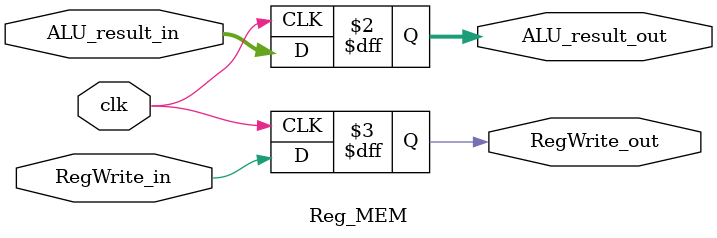
<source format=v>
module Reg_MEM(clk, ALU_result_in, ALU_result_out,
        RegWrite_in, RegWrite_out);
    input clk;
    input [31:0] ALU_result_in;
    output reg [31:0] ALU_result_out;
    input RegWrite_in;
    output reg RegWrite_out;
    always @(posedge clk) begin
        ALU_result_out = ALU_result_in;
        RegWrite_out = RegWrite_in;
    end


    
endmodule
</source>
